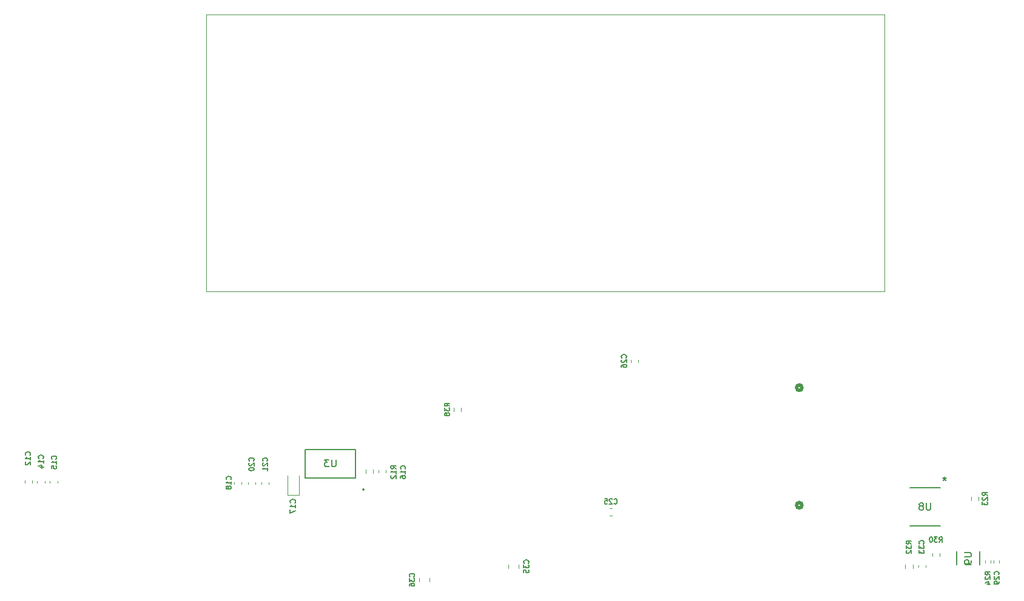
<source format=gbr>
%TF.GenerationSoftware,KiCad,Pcbnew,9.0.3*%
%TF.CreationDate,2025-09-16T12:03:33-04:00*%
%TF.ProjectId,6_COLD_TPC_HV,365f434f-4c44-45f5-9450-435f48562e6b,rev?*%
%TF.SameCoordinates,Original*%
%TF.FileFunction,Legend,Bot*%
%TF.FilePolarity,Positive*%
%FSLAX46Y46*%
G04 Gerber Fmt 4.6, Leading zero omitted, Abs format (unit mm)*
G04 Created by KiCad (PCBNEW 9.0.3) date 2025-09-16 12:03:33*
%MOMM*%
%LPD*%
G01*
G04 APERTURE LIST*
%ADD10C,0.150000*%
%ADD11C,0.508000*%
%ADD12C,0.100000*%
%ADD13C,0.120000*%
%ADD14C,0.152400*%
G04 APERTURE END LIST*
D10*
X266256033Y-136109999D02*
X265922700Y-135876666D01*
X266256033Y-135709999D02*
X265556033Y-135709999D01*
X265556033Y-135709999D02*
X265556033Y-135976666D01*
X265556033Y-135976666D02*
X265589366Y-136043333D01*
X265589366Y-136043333D02*
X265622700Y-136076666D01*
X265622700Y-136076666D02*
X265689366Y-136109999D01*
X265689366Y-136109999D02*
X265789366Y-136109999D01*
X265789366Y-136109999D02*
X265856033Y-136076666D01*
X265856033Y-136076666D02*
X265889366Y-136043333D01*
X265889366Y-136043333D02*
X265922700Y-135976666D01*
X265922700Y-135976666D02*
X265922700Y-135709999D01*
X265622700Y-136376666D02*
X265589366Y-136409999D01*
X265589366Y-136409999D02*
X265556033Y-136476666D01*
X265556033Y-136476666D02*
X265556033Y-136643333D01*
X265556033Y-136643333D02*
X265589366Y-136709999D01*
X265589366Y-136709999D02*
X265622700Y-136743333D01*
X265622700Y-136743333D02*
X265689366Y-136776666D01*
X265689366Y-136776666D02*
X265756033Y-136776666D01*
X265756033Y-136776666D02*
X265856033Y-136743333D01*
X265856033Y-136743333D02*
X266256033Y-136343333D01*
X266256033Y-136343333D02*
X266256033Y-136776666D01*
X265556033Y-137010000D02*
X265556033Y-137443333D01*
X265556033Y-137443333D02*
X265822700Y-137210000D01*
X265822700Y-137210000D02*
X265822700Y-137310000D01*
X265822700Y-137310000D02*
X265856033Y-137376666D01*
X265856033Y-137376666D02*
X265889366Y-137410000D01*
X265889366Y-137410000D02*
X265956033Y-137443333D01*
X265956033Y-137443333D02*
X266122700Y-137443333D01*
X266122700Y-137443333D02*
X266189366Y-137410000D01*
X266189366Y-137410000D02*
X266222700Y-137376666D01*
X266222700Y-137376666D02*
X266256033Y-137310000D01*
X266256033Y-137310000D02*
X266256033Y-137110000D01*
X266256033Y-137110000D02*
X266222700Y-137043333D01*
X266222700Y-137043333D02*
X266189366Y-137010000D01*
X186224366Y-147459999D02*
X186257700Y-147426666D01*
X186257700Y-147426666D02*
X186291033Y-147326666D01*
X186291033Y-147326666D02*
X186291033Y-147259999D01*
X186291033Y-147259999D02*
X186257700Y-147159999D01*
X186257700Y-147159999D02*
X186191033Y-147093333D01*
X186191033Y-147093333D02*
X186124366Y-147059999D01*
X186124366Y-147059999D02*
X185991033Y-147026666D01*
X185991033Y-147026666D02*
X185891033Y-147026666D01*
X185891033Y-147026666D02*
X185757700Y-147059999D01*
X185757700Y-147059999D02*
X185691033Y-147093333D01*
X185691033Y-147093333D02*
X185624366Y-147159999D01*
X185624366Y-147159999D02*
X185591033Y-147259999D01*
X185591033Y-147259999D02*
X185591033Y-147326666D01*
X185591033Y-147326666D02*
X185624366Y-147426666D01*
X185624366Y-147426666D02*
X185657700Y-147459999D01*
X185591033Y-147693333D02*
X185591033Y-148126666D01*
X185591033Y-148126666D02*
X185857700Y-147893333D01*
X185857700Y-147893333D02*
X185857700Y-147993333D01*
X185857700Y-147993333D02*
X185891033Y-148059999D01*
X185891033Y-148059999D02*
X185924366Y-148093333D01*
X185924366Y-148093333D02*
X185991033Y-148126666D01*
X185991033Y-148126666D02*
X186157700Y-148126666D01*
X186157700Y-148126666D02*
X186224366Y-148093333D01*
X186224366Y-148093333D02*
X186257700Y-148059999D01*
X186257700Y-148059999D02*
X186291033Y-147993333D01*
X186291033Y-147993333D02*
X186291033Y-147793333D01*
X186291033Y-147793333D02*
X186257700Y-147726666D01*
X186257700Y-147726666D02*
X186224366Y-147693333D01*
X185591033Y-148726666D02*
X185591033Y-148593333D01*
X185591033Y-148593333D02*
X185624366Y-148526666D01*
X185624366Y-148526666D02*
X185657700Y-148493333D01*
X185657700Y-148493333D02*
X185757700Y-148426666D01*
X185757700Y-148426666D02*
X185891033Y-148393333D01*
X185891033Y-148393333D02*
X186157700Y-148393333D01*
X186157700Y-148393333D02*
X186224366Y-148426666D01*
X186224366Y-148426666D02*
X186257700Y-148460000D01*
X186257700Y-148460000D02*
X186291033Y-148526666D01*
X186291033Y-148526666D02*
X186291033Y-148660000D01*
X186291033Y-148660000D02*
X186257700Y-148726666D01*
X186257700Y-148726666D02*
X186224366Y-148760000D01*
X186224366Y-148760000D02*
X186157700Y-148793333D01*
X186157700Y-148793333D02*
X185991033Y-148793333D01*
X185991033Y-148793333D02*
X185924366Y-148760000D01*
X185924366Y-148760000D02*
X185891033Y-148726666D01*
X185891033Y-148726666D02*
X185857700Y-148660000D01*
X185857700Y-148660000D02*
X185857700Y-148526666D01*
X185857700Y-148526666D02*
X185891033Y-148460000D01*
X185891033Y-148460000D02*
X185924366Y-148426666D01*
X185924366Y-148426666D02*
X185991033Y-148393333D01*
X257339366Y-142874999D02*
X257372700Y-142841666D01*
X257372700Y-142841666D02*
X257406033Y-142741666D01*
X257406033Y-142741666D02*
X257406033Y-142674999D01*
X257406033Y-142674999D02*
X257372700Y-142574999D01*
X257372700Y-142574999D02*
X257306033Y-142508333D01*
X257306033Y-142508333D02*
X257239366Y-142474999D01*
X257239366Y-142474999D02*
X257106033Y-142441666D01*
X257106033Y-142441666D02*
X257006033Y-142441666D01*
X257006033Y-142441666D02*
X256872700Y-142474999D01*
X256872700Y-142474999D02*
X256806033Y-142508333D01*
X256806033Y-142508333D02*
X256739366Y-142574999D01*
X256739366Y-142574999D02*
X256706033Y-142674999D01*
X256706033Y-142674999D02*
X256706033Y-142741666D01*
X256706033Y-142741666D02*
X256739366Y-142841666D01*
X256739366Y-142841666D02*
X256772700Y-142874999D01*
X256706033Y-143108333D02*
X256706033Y-143541666D01*
X256706033Y-143541666D02*
X256972700Y-143308333D01*
X256972700Y-143308333D02*
X256972700Y-143408333D01*
X256972700Y-143408333D02*
X257006033Y-143474999D01*
X257006033Y-143474999D02*
X257039366Y-143508333D01*
X257039366Y-143508333D02*
X257106033Y-143541666D01*
X257106033Y-143541666D02*
X257272700Y-143541666D01*
X257272700Y-143541666D02*
X257339366Y-143508333D01*
X257339366Y-143508333D02*
X257372700Y-143474999D01*
X257372700Y-143474999D02*
X257406033Y-143408333D01*
X257406033Y-143408333D02*
X257406033Y-143208333D01*
X257406033Y-143208333D02*
X257372700Y-143141666D01*
X257372700Y-143141666D02*
X257339366Y-143108333D01*
X256706033Y-143775000D02*
X256706033Y-144208333D01*
X256706033Y-144208333D02*
X256972700Y-143975000D01*
X256972700Y-143975000D02*
X256972700Y-144075000D01*
X256972700Y-144075000D02*
X257006033Y-144141666D01*
X257006033Y-144141666D02*
X257039366Y-144175000D01*
X257039366Y-144175000D02*
X257106033Y-144208333D01*
X257106033Y-144208333D02*
X257272700Y-144208333D01*
X257272700Y-144208333D02*
X257339366Y-144175000D01*
X257339366Y-144175000D02*
X257372700Y-144141666D01*
X257372700Y-144141666D02*
X257406033Y-144075000D01*
X257406033Y-144075000D02*
X257406033Y-143875000D01*
X257406033Y-143875000D02*
X257372700Y-143808333D01*
X257372700Y-143808333D02*
X257339366Y-143775000D01*
X160629366Y-133889999D02*
X160662700Y-133856666D01*
X160662700Y-133856666D02*
X160696033Y-133756666D01*
X160696033Y-133756666D02*
X160696033Y-133689999D01*
X160696033Y-133689999D02*
X160662700Y-133589999D01*
X160662700Y-133589999D02*
X160596033Y-133523333D01*
X160596033Y-133523333D02*
X160529366Y-133489999D01*
X160529366Y-133489999D02*
X160396033Y-133456666D01*
X160396033Y-133456666D02*
X160296033Y-133456666D01*
X160296033Y-133456666D02*
X160162700Y-133489999D01*
X160162700Y-133489999D02*
X160096033Y-133523333D01*
X160096033Y-133523333D02*
X160029366Y-133589999D01*
X160029366Y-133589999D02*
X159996033Y-133689999D01*
X159996033Y-133689999D02*
X159996033Y-133756666D01*
X159996033Y-133756666D02*
X160029366Y-133856666D01*
X160029366Y-133856666D02*
X160062700Y-133889999D01*
X160696033Y-134556666D02*
X160696033Y-134156666D01*
X160696033Y-134356666D02*
X159996033Y-134356666D01*
X159996033Y-134356666D02*
X160096033Y-134289999D01*
X160096033Y-134289999D02*
X160162700Y-134223333D01*
X160162700Y-134223333D02*
X160196033Y-134156666D01*
X160296033Y-134956666D02*
X160262700Y-134890000D01*
X160262700Y-134890000D02*
X160229366Y-134856666D01*
X160229366Y-134856666D02*
X160162700Y-134823333D01*
X160162700Y-134823333D02*
X160129366Y-134823333D01*
X160129366Y-134823333D02*
X160062700Y-134856666D01*
X160062700Y-134856666D02*
X160029366Y-134890000D01*
X160029366Y-134890000D02*
X159996033Y-134956666D01*
X159996033Y-134956666D02*
X159996033Y-135090000D01*
X159996033Y-135090000D02*
X160029366Y-135156666D01*
X160029366Y-135156666D02*
X160062700Y-135190000D01*
X160062700Y-135190000D02*
X160129366Y-135223333D01*
X160129366Y-135223333D02*
X160162700Y-135223333D01*
X160162700Y-135223333D02*
X160229366Y-135190000D01*
X160229366Y-135190000D02*
X160262700Y-135156666D01*
X160262700Y-135156666D02*
X160296033Y-135090000D01*
X160296033Y-135090000D02*
X160296033Y-134956666D01*
X160296033Y-134956666D02*
X160329366Y-134890000D01*
X160329366Y-134890000D02*
X160362700Y-134856666D01*
X160362700Y-134856666D02*
X160429366Y-134823333D01*
X160429366Y-134823333D02*
X160562700Y-134823333D01*
X160562700Y-134823333D02*
X160629366Y-134856666D01*
X160629366Y-134856666D02*
X160662700Y-134890000D01*
X160662700Y-134890000D02*
X160696033Y-134956666D01*
X160696033Y-134956666D02*
X160696033Y-135090000D01*
X160696033Y-135090000D02*
X160662700Y-135156666D01*
X160662700Y-135156666D02*
X160629366Y-135190000D01*
X160629366Y-135190000D02*
X160562700Y-135223333D01*
X160562700Y-135223333D02*
X160429366Y-135223333D01*
X160429366Y-135223333D02*
X160362700Y-135190000D01*
X160362700Y-135190000D02*
X160329366Y-135156666D01*
X160329366Y-135156666D02*
X160296033Y-135090000D01*
X134439366Y-130929999D02*
X134472700Y-130896666D01*
X134472700Y-130896666D02*
X134506033Y-130796666D01*
X134506033Y-130796666D02*
X134506033Y-130729999D01*
X134506033Y-130729999D02*
X134472700Y-130629999D01*
X134472700Y-130629999D02*
X134406033Y-130563333D01*
X134406033Y-130563333D02*
X134339366Y-130529999D01*
X134339366Y-130529999D02*
X134206033Y-130496666D01*
X134206033Y-130496666D02*
X134106033Y-130496666D01*
X134106033Y-130496666D02*
X133972700Y-130529999D01*
X133972700Y-130529999D02*
X133906033Y-130563333D01*
X133906033Y-130563333D02*
X133839366Y-130629999D01*
X133839366Y-130629999D02*
X133806033Y-130729999D01*
X133806033Y-130729999D02*
X133806033Y-130796666D01*
X133806033Y-130796666D02*
X133839366Y-130896666D01*
X133839366Y-130896666D02*
X133872700Y-130929999D01*
X134506033Y-131596666D02*
X134506033Y-131196666D01*
X134506033Y-131396666D02*
X133806033Y-131396666D01*
X133806033Y-131396666D02*
X133906033Y-131329999D01*
X133906033Y-131329999D02*
X133972700Y-131263333D01*
X133972700Y-131263333D02*
X134006033Y-131196666D01*
X134039366Y-132196666D02*
X134506033Y-132196666D01*
X133772700Y-132030000D02*
X134272700Y-131863333D01*
X134272700Y-131863333D02*
X134272700Y-132296666D01*
X191186033Y-123639999D02*
X190852700Y-123406666D01*
X191186033Y-123239999D02*
X190486033Y-123239999D01*
X190486033Y-123239999D02*
X190486033Y-123506666D01*
X190486033Y-123506666D02*
X190519366Y-123573333D01*
X190519366Y-123573333D02*
X190552700Y-123606666D01*
X190552700Y-123606666D02*
X190619366Y-123639999D01*
X190619366Y-123639999D02*
X190719366Y-123639999D01*
X190719366Y-123639999D02*
X190786033Y-123606666D01*
X190786033Y-123606666D02*
X190819366Y-123573333D01*
X190819366Y-123573333D02*
X190852700Y-123506666D01*
X190852700Y-123506666D02*
X190852700Y-123239999D01*
X190486033Y-123873333D02*
X190486033Y-124306666D01*
X190486033Y-124306666D02*
X190752700Y-124073333D01*
X190752700Y-124073333D02*
X190752700Y-124173333D01*
X190752700Y-124173333D02*
X190786033Y-124239999D01*
X190786033Y-124239999D02*
X190819366Y-124273333D01*
X190819366Y-124273333D02*
X190886033Y-124306666D01*
X190886033Y-124306666D02*
X191052700Y-124306666D01*
X191052700Y-124306666D02*
X191119366Y-124273333D01*
X191119366Y-124273333D02*
X191152700Y-124239999D01*
X191152700Y-124239999D02*
X191186033Y-124173333D01*
X191186033Y-124173333D02*
X191186033Y-123973333D01*
X191186033Y-123973333D02*
X191152700Y-123906666D01*
X191152700Y-123906666D02*
X191119366Y-123873333D01*
X190786033Y-124706666D02*
X190752700Y-124640000D01*
X190752700Y-124640000D02*
X190719366Y-124606666D01*
X190719366Y-124606666D02*
X190652700Y-124573333D01*
X190652700Y-124573333D02*
X190619366Y-124573333D01*
X190619366Y-124573333D02*
X190552700Y-124606666D01*
X190552700Y-124606666D02*
X190519366Y-124640000D01*
X190519366Y-124640000D02*
X190486033Y-124706666D01*
X190486033Y-124706666D02*
X190486033Y-124840000D01*
X190486033Y-124840000D02*
X190519366Y-124906666D01*
X190519366Y-124906666D02*
X190552700Y-124940000D01*
X190552700Y-124940000D02*
X190619366Y-124973333D01*
X190619366Y-124973333D02*
X190652700Y-124973333D01*
X190652700Y-124973333D02*
X190719366Y-124940000D01*
X190719366Y-124940000D02*
X190752700Y-124906666D01*
X190752700Y-124906666D02*
X190786033Y-124840000D01*
X190786033Y-124840000D02*
X190786033Y-124706666D01*
X190786033Y-124706666D02*
X190819366Y-124640000D01*
X190819366Y-124640000D02*
X190852700Y-124606666D01*
X190852700Y-124606666D02*
X190919366Y-124573333D01*
X190919366Y-124573333D02*
X191052700Y-124573333D01*
X191052700Y-124573333D02*
X191119366Y-124606666D01*
X191119366Y-124606666D02*
X191152700Y-124640000D01*
X191152700Y-124640000D02*
X191186033Y-124706666D01*
X191186033Y-124706666D02*
X191186033Y-124840000D01*
X191186033Y-124840000D02*
X191152700Y-124906666D01*
X191152700Y-124906666D02*
X191119366Y-124940000D01*
X191119366Y-124940000D02*
X191052700Y-124973333D01*
X191052700Y-124973333D02*
X190919366Y-124973333D01*
X190919366Y-124973333D02*
X190852700Y-124940000D01*
X190852700Y-124940000D02*
X190819366Y-124906666D01*
X190819366Y-124906666D02*
X190786033Y-124840000D01*
X258315704Y-137159819D02*
X258315704Y-137969342D01*
X258315704Y-137969342D02*
X258268085Y-138064580D01*
X258268085Y-138064580D02*
X258220466Y-138112200D01*
X258220466Y-138112200D02*
X258125228Y-138159819D01*
X258125228Y-138159819D02*
X257934752Y-138159819D01*
X257934752Y-138159819D02*
X257839514Y-138112200D01*
X257839514Y-138112200D02*
X257791895Y-138064580D01*
X257791895Y-138064580D02*
X257744276Y-137969342D01*
X257744276Y-137969342D02*
X257744276Y-137159819D01*
X257125228Y-137588390D02*
X257220466Y-137540771D01*
X257220466Y-137540771D02*
X257268085Y-137493152D01*
X257268085Y-137493152D02*
X257315704Y-137397914D01*
X257315704Y-137397914D02*
X257315704Y-137350295D01*
X257315704Y-137350295D02*
X257268085Y-137255057D01*
X257268085Y-137255057D02*
X257220466Y-137207438D01*
X257220466Y-137207438D02*
X257125228Y-137159819D01*
X257125228Y-137159819D02*
X256934752Y-137159819D01*
X256934752Y-137159819D02*
X256839514Y-137207438D01*
X256839514Y-137207438D02*
X256791895Y-137255057D01*
X256791895Y-137255057D02*
X256744276Y-137350295D01*
X256744276Y-137350295D02*
X256744276Y-137397914D01*
X256744276Y-137397914D02*
X256791895Y-137493152D01*
X256791895Y-137493152D02*
X256839514Y-137540771D01*
X256839514Y-137540771D02*
X256934752Y-137588390D01*
X256934752Y-137588390D02*
X257125228Y-137588390D01*
X257125228Y-137588390D02*
X257220466Y-137636009D01*
X257220466Y-137636009D02*
X257268085Y-137683628D01*
X257268085Y-137683628D02*
X257315704Y-137778866D01*
X257315704Y-137778866D02*
X257315704Y-137969342D01*
X257315704Y-137969342D02*
X257268085Y-138064580D01*
X257268085Y-138064580D02*
X257220466Y-138112200D01*
X257220466Y-138112200D02*
X257125228Y-138159819D01*
X257125228Y-138159819D02*
X256934752Y-138159819D01*
X256934752Y-138159819D02*
X256839514Y-138112200D01*
X256839514Y-138112200D02*
X256791895Y-138064580D01*
X256791895Y-138064580D02*
X256744276Y-137969342D01*
X256744276Y-137969342D02*
X256744276Y-137778866D01*
X256744276Y-137778866D02*
X256791895Y-137683628D01*
X256791895Y-137683628D02*
X256839514Y-137636009D01*
X256839514Y-137636009D02*
X256934752Y-137588390D01*
X260271599Y-133553019D02*
X260271599Y-133791114D01*
X260509694Y-133695876D02*
X260271599Y-133791114D01*
X260271599Y-133791114D02*
X260033504Y-133695876D01*
X260414456Y-133981590D02*
X260271599Y-133791114D01*
X260271599Y-133791114D02*
X260128742Y-133981590D01*
X260271599Y-133553019D02*
X260271599Y-133791114D01*
X260509694Y-133695876D02*
X260271599Y-133791114D01*
X260271599Y-133791114D02*
X260033504Y-133695876D01*
X260414456Y-133981590D02*
X260271599Y-133791114D01*
X260271599Y-133791114D02*
X260128742Y-133981590D01*
X214150000Y-137219366D02*
X214183333Y-137252700D01*
X214183333Y-137252700D02*
X214283333Y-137286033D01*
X214283333Y-137286033D02*
X214350000Y-137286033D01*
X214350000Y-137286033D02*
X214450000Y-137252700D01*
X214450000Y-137252700D02*
X214516667Y-137186033D01*
X214516667Y-137186033D02*
X214550000Y-137119366D01*
X214550000Y-137119366D02*
X214583333Y-136986033D01*
X214583333Y-136986033D02*
X214583333Y-136886033D01*
X214583333Y-136886033D02*
X214550000Y-136752700D01*
X214550000Y-136752700D02*
X214516667Y-136686033D01*
X214516667Y-136686033D02*
X214450000Y-136619366D01*
X214450000Y-136619366D02*
X214350000Y-136586033D01*
X214350000Y-136586033D02*
X214283333Y-136586033D01*
X214283333Y-136586033D02*
X214183333Y-136619366D01*
X214183333Y-136619366D02*
X214150000Y-136652700D01*
X213883333Y-136652700D02*
X213850000Y-136619366D01*
X213850000Y-136619366D02*
X213783333Y-136586033D01*
X213783333Y-136586033D02*
X213616667Y-136586033D01*
X213616667Y-136586033D02*
X213550000Y-136619366D01*
X213550000Y-136619366D02*
X213516667Y-136652700D01*
X213516667Y-136652700D02*
X213483333Y-136719366D01*
X213483333Y-136719366D02*
X213483333Y-136786033D01*
X213483333Y-136786033D02*
X213516667Y-136886033D01*
X213516667Y-136886033D02*
X213916667Y-137286033D01*
X213916667Y-137286033D02*
X213483333Y-137286033D01*
X212850000Y-136586033D02*
X213183333Y-136586033D01*
X213183333Y-136586033D02*
X213216666Y-136919366D01*
X213216666Y-136919366D02*
X213183333Y-136886033D01*
X213183333Y-136886033D02*
X213116666Y-136852700D01*
X213116666Y-136852700D02*
X212950000Y-136852700D01*
X212950000Y-136852700D02*
X212883333Y-136886033D01*
X212883333Y-136886033D02*
X212850000Y-136919366D01*
X212850000Y-136919366D02*
X212816666Y-136986033D01*
X212816666Y-136986033D02*
X212816666Y-137152700D01*
X212816666Y-137152700D02*
X212850000Y-137219366D01*
X212850000Y-137219366D02*
X212883333Y-137252700D01*
X212883333Y-137252700D02*
X212950000Y-137286033D01*
X212950000Y-137286033D02*
X213116666Y-137286033D01*
X213116666Y-137286033D02*
X213183333Y-137252700D01*
X213183333Y-137252700D02*
X213216666Y-137219366D01*
X184969366Y-132399999D02*
X185002700Y-132366666D01*
X185002700Y-132366666D02*
X185036033Y-132266666D01*
X185036033Y-132266666D02*
X185036033Y-132199999D01*
X185036033Y-132199999D02*
X185002700Y-132099999D01*
X185002700Y-132099999D02*
X184936033Y-132033333D01*
X184936033Y-132033333D02*
X184869366Y-131999999D01*
X184869366Y-131999999D02*
X184736033Y-131966666D01*
X184736033Y-131966666D02*
X184636033Y-131966666D01*
X184636033Y-131966666D02*
X184502700Y-131999999D01*
X184502700Y-131999999D02*
X184436033Y-132033333D01*
X184436033Y-132033333D02*
X184369366Y-132099999D01*
X184369366Y-132099999D02*
X184336033Y-132199999D01*
X184336033Y-132199999D02*
X184336033Y-132266666D01*
X184336033Y-132266666D02*
X184369366Y-132366666D01*
X184369366Y-132366666D02*
X184402700Y-132399999D01*
X185036033Y-133066666D02*
X185036033Y-132666666D01*
X185036033Y-132866666D02*
X184336033Y-132866666D01*
X184336033Y-132866666D02*
X184436033Y-132799999D01*
X184436033Y-132799999D02*
X184502700Y-132733333D01*
X184502700Y-132733333D02*
X184536033Y-132666666D01*
X184336033Y-133666666D02*
X184336033Y-133533333D01*
X184336033Y-133533333D02*
X184369366Y-133466666D01*
X184369366Y-133466666D02*
X184402700Y-133433333D01*
X184402700Y-133433333D02*
X184502700Y-133366666D01*
X184502700Y-133366666D02*
X184636033Y-133333333D01*
X184636033Y-133333333D02*
X184902700Y-133333333D01*
X184902700Y-133333333D02*
X184969366Y-133366666D01*
X184969366Y-133366666D02*
X185002700Y-133400000D01*
X185002700Y-133400000D02*
X185036033Y-133466666D01*
X185036033Y-133466666D02*
X185036033Y-133600000D01*
X185036033Y-133600000D02*
X185002700Y-133666666D01*
X185002700Y-133666666D02*
X184969366Y-133700000D01*
X184969366Y-133700000D02*
X184902700Y-133733333D01*
X184902700Y-133733333D02*
X184736033Y-133733333D01*
X184736033Y-133733333D02*
X184669366Y-133700000D01*
X184669366Y-133700000D02*
X184636033Y-133666666D01*
X184636033Y-133666666D02*
X184602700Y-133600000D01*
X184602700Y-133600000D02*
X184602700Y-133466666D01*
X184602700Y-133466666D02*
X184636033Y-133400000D01*
X184636033Y-133400000D02*
X184669366Y-133366666D01*
X184669366Y-133366666D02*
X184736033Y-133333333D01*
X165719366Y-131299999D02*
X165752700Y-131266666D01*
X165752700Y-131266666D02*
X165786033Y-131166666D01*
X165786033Y-131166666D02*
X165786033Y-131099999D01*
X165786033Y-131099999D02*
X165752700Y-130999999D01*
X165752700Y-130999999D02*
X165686033Y-130933333D01*
X165686033Y-130933333D02*
X165619366Y-130899999D01*
X165619366Y-130899999D02*
X165486033Y-130866666D01*
X165486033Y-130866666D02*
X165386033Y-130866666D01*
X165386033Y-130866666D02*
X165252700Y-130899999D01*
X165252700Y-130899999D02*
X165186033Y-130933333D01*
X165186033Y-130933333D02*
X165119366Y-130999999D01*
X165119366Y-130999999D02*
X165086033Y-131099999D01*
X165086033Y-131099999D02*
X165086033Y-131166666D01*
X165086033Y-131166666D02*
X165119366Y-131266666D01*
X165119366Y-131266666D02*
X165152700Y-131299999D01*
X165152700Y-131566666D02*
X165119366Y-131599999D01*
X165119366Y-131599999D02*
X165086033Y-131666666D01*
X165086033Y-131666666D02*
X165086033Y-131833333D01*
X165086033Y-131833333D02*
X165119366Y-131899999D01*
X165119366Y-131899999D02*
X165152700Y-131933333D01*
X165152700Y-131933333D02*
X165219366Y-131966666D01*
X165219366Y-131966666D02*
X165286033Y-131966666D01*
X165286033Y-131966666D02*
X165386033Y-131933333D01*
X165386033Y-131933333D02*
X165786033Y-131533333D01*
X165786033Y-131533333D02*
X165786033Y-131966666D01*
X165786033Y-132633333D02*
X165786033Y-132233333D01*
X165786033Y-132433333D02*
X165086033Y-132433333D01*
X165086033Y-132433333D02*
X165186033Y-132366666D01*
X165186033Y-132366666D02*
X165252700Y-132300000D01*
X165252700Y-132300000D02*
X165286033Y-132233333D01*
X202184366Y-145579999D02*
X202217700Y-145546666D01*
X202217700Y-145546666D02*
X202251033Y-145446666D01*
X202251033Y-145446666D02*
X202251033Y-145379999D01*
X202251033Y-145379999D02*
X202217700Y-145279999D01*
X202217700Y-145279999D02*
X202151033Y-145213333D01*
X202151033Y-145213333D02*
X202084366Y-145179999D01*
X202084366Y-145179999D02*
X201951033Y-145146666D01*
X201951033Y-145146666D02*
X201851033Y-145146666D01*
X201851033Y-145146666D02*
X201717700Y-145179999D01*
X201717700Y-145179999D02*
X201651033Y-145213333D01*
X201651033Y-145213333D02*
X201584366Y-145279999D01*
X201584366Y-145279999D02*
X201551033Y-145379999D01*
X201551033Y-145379999D02*
X201551033Y-145446666D01*
X201551033Y-145446666D02*
X201584366Y-145546666D01*
X201584366Y-145546666D02*
X201617700Y-145579999D01*
X201551033Y-145813333D02*
X201551033Y-146246666D01*
X201551033Y-146246666D02*
X201817700Y-146013333D01*
X201817700Y-146013333D02*
X201817700Y-146113333D01*
X201817700Y-146113333D02*
X201851033Y-146179999D01*
X201851033Y-146179999D02*
X201884366Y-146213333D01*
X201884366Y-146213333D02*
X201951033Y-146246666D01*
X201951033Y-146246666D02*
X202117700Y-146246666D01*
X202117700Y-146246666D02*
X202184366Y-146213333D01*
X202184366Y-146213333D02*
X202217700Y-146179999D01*
X202217700Y-146179999D02*
X202251033Y-146113333D01*
X202251033Y-146113333D02*
X202251033Y-145913333D01*
X202251033Y-145913333D02*
X202217700Y-145846666D01*
X202217700Y-145846666D02*
X202184366Y-145813333D01*
X201551033Y-146880000D02*
X201551033Y-146546666D01*
X201551033Y-146546666D02*
X201884366Y-146513333D01*
X201884366Y-146513333D02*
X201851033Y-146546666D01*
X201851033Y-146546666D02*
X201817700Y-146613333D01*
X201817700Y-146613333D02*
X201817700Y-146780000D01*
X201817700Y-146780000D02*
X201851033Y-146846666D01*
X201851033Y-146846666D02*
X201884366Y-146880000D01*
X201884366Y-146880000D02*
X201951033Y-146913333D01*
X201951033Y-146913333D02*
X202117700Y-146913333D01*
X202117700Y-146913333D02*
X202184366Y-146880000D01*
X202184366Y-146880000D02*
X202217700Y-146846666D01*
X202217700Y-146846666D02*
X202251033Y-146780000D01*
X202251033Y-146780000D02*
X202251033Y-146613333D01*
X202251033Y-146613333D02*
X202217700Y-146546666D01*
X202217700Y-146546666D02*
X202184366Y-146513333D01*
X255646033Y-142874999D02*
X255312700Y-142641666D01*
X255646033Y-142474999D02*
X254946033Y-142474999D01*
X254946033Y-142474999D02*
X254946033Y-142741666D01*
X254946033Y-142741666D02*
X254979366Y-142808333D01*
X254979366Y-142808333D02*
X255012700Y-142841666D01*
X255012700Y-142841666D02*
X255079366Y-142874999D01*
X255079366Y-142874999D02*
X255179366Y-142874999D01*
X255179366Y-142874999D02*
X255246033Y-142841666D01*
X255246033Y-142841666D02*
X255279366Y-142808333D01*
X255279366Y-142808333D02*
X255312700Y-142741666D01*
X255312700Y-142741666D02*
X255312700Y-142474999D01*
X254946033Y-143108333D02*
X254946033Y-143541666D01*
X254946033Y-143541666D02*
X255212700Y-143308333D01*
X255212700Y-143308333D02*
X255212700Y-143408333D01*
X255212700Y-143408333D02*
X255246033Y-143474999D01*
X255246033Y-143474999D02*
X255279366Y-143508333D01*
X255279366Y-143508333D02*
X255346033Y-143541666D01*
X255346033Y-143541666D02*
X255512700Y-143541666D01*
X255512700Y-143541666D02*
X255579366Y-143508333D01*
X255579366Y-143508333D02*
X255612700Y-143474999D01*
X255612700Y-143474999D02*
X255646033Y-143408333D01*
X255646033Y-143408333D02*
X255646033Y-143208333D01*
X255646033Y-143208333D02*
X255612700Y-143141666D01*
X255612700Y-143141666D02*
X255579366Y-143108333D01*
X255012700Y-143808333D02*
X254979366Y-143841666D01*
X254979366Y-143841666D02*
X254946033Y-143908333D01*
X254946033Y-143908333D02*
X254946033Y-144075000D01*
X254946033Y-144075000D02*
X254979366Y-144141666D01*
X254979366Y-144141666D02*
X255012700Y-144175000D01*
X255012700Y-144175000D02*
X255079366Y-144208333D01*
X255079366Y-144208333D02*
X255146033Y-144208333D01*
X255146033Y-144208333D02*
X255246033Y-144175000D01*
X255246033Y-144175000D02*
X255646033Y-143775000D01*
X255646033Y-143775000D02*
X255646033Y-144208333D01*
X259510000Y-142621033D02*
X259743333Y-142287700D01*
X259910000Y-142621033D02*
X259910000Y-141921033D01*
X259910000Y-141921033D02*
X259643333Y-141921033D01*
X259643333Y-141921033D02*
X259576667Y-141954366D01*
X259576667Y-141954366D02*
X259543333Y-141987700D01*
X259543333Y-141987700D02*
X259510000Y-142054366D01*
X259510000Y-142054366D02*
X259510000Y-142154366D01*
X259510000Y-142154366D02*
X259543333Y-142221033D01*
X259543333Y-142221033D02*
X259576667Y-142254366D01*
X259576667Y-142254366D02*
X259643333Y-142287700D01*
X259643333Y-142287700D02*
X259910000Y-142287700D01*
X259276667Y-141921033D02*
X258843333Y-141921033D01*
X258843333Y-141921033D02*
X259076667Y-142187700D01*
X259076667Y-142187700D02*
X258976667Y-142187700D01*
X258976667Y-142187700D02*
X258910000Y-142221033D01*
X258910000Y-142221033D02*
X258876667Y-142254366D01*
X258876667Y-142254366D02*
X258843333Y-142321033D01*
X258843333Y-142321033D02*
X258843333Y-142487700D01*
X258843333Y-142487700D02*
X258876667Y-142554366D01*
X258876667Y-142554366D02*
X258910000Y-142587700D01*
X258910000Y-142587700D02*
X258976667Y-142621033D01*
X258976667Y-142621033D02*
X259176667Y-142621033D01*
X259176667Y-142621033D02*
X259243333Y-142587700D01*
X259243333Y-142587700D02*
X259276667Y-142554366D01*
X258410000Y-141921033D02*
X258343333Y-141921033D01*
X258343333Y-141921033D02*
X258276666Y-141954366D01*
X258276666Y-141954366D02*
X258243333Y-141987700D01*
X258243333Y-141987700D02*
X258210000Y-142054366D01*
X258210000Y-142054366D02*
X258176666Y-142187700D01*
X258176666Y-142187700D02*
X258176666Y-142354366D01*
X258176666Y-142354366D02*
X258210000Y-142487700D01*
X258210000Y-142487700D02*
X258243333Y-142554366D01*
X258243333Y-142554366D02*
X258276666Y-142587700D01*
X258276666Y-142587700D02*
X258343333Y-142621033D01*
X258343333Y-142621033D02*
X258410000Y-142621033D01*
X258410000Y-142621033D02*
X258476666Y-142587700D01*
X258476666Y-142587700D02*
X258510000Y-142554366D01*
X258510000Y-142554366D02*
X258543333Y-142487700D01*
X258543333Y-142487700D02*
X258576666Y-142354366D01*
X258576666Y-142354366D02*
X258576666Y-142187700D01*
X258576666Y-142187700D02*
X258543333Y-142054366D01*
X258543333Y-142054366D02*
X258510000Y-141987700D01*
X258510000Y-141987700D02*
X258476666Y-141954366D01*
X258476666Y-141954366D02*
X258410000Y-141921033D01*
X263024819Y-144118095D02*
X263834342Y-144118095D01*
X263834342Y-144118095D02*
X263929580Y-144165714D01*
X263929580Y-144165714D02*
X263977200Y-144213333D01*
X263977200Y-144213333D02*
X264024819Y-144308571D01*
X264024819Y-144308571D02*
X264024819Y-144499047D01*
X264024819Y-144499047D02*
X263977200Y-144594285D01*
X263977200Y-144594285D02*
X263929580Y-144641904D01*
X263929580Y-144641904D02*
X263834342Y-144689523D01*
X263834342Y-144689523D02*
X263024819Y-144689523D01*
X264024819Y-145213333D02*
X264024819Y-145403809D01*
X264024819Y-145403809D02*
X263977200Y-145499047D01*
X263977200Y-145499047D02*
X263929580Y-145546666D01*
X263929580Y-145546666D02*
X263786723Y-145641904D01*
X263786723Y-145641904D02*
X263596247Y-145689523D01*
X263596247Y-145689523D02*
X263215295Y-145689523D01*
X263215295Y-145689523D02*
X263120057Y-145641904D01*
X263120057Y-145641904D02*
X263072438Y-145594285D01*
X263072438Y-145594285D02*
X263024819Y-145499047D01*
X263024819Y-145499047D02*
X263024819Y-145308571D01*
X263024819Y-145308571D02*
X263072438Y-145213333D01*
X263072438Y-145213333D02*
X263120057Y-145165714D01*
X263120057Y-145165714D02*
X263215295Y-145118095D01*
X263215295Y-145118095D02*
X263453390Y-145118095D01*
X263453390Y-145118095D02*
X263548628Y-145165714D01*
X263548628Y-145165714D02*
X263596247Y-145213333D01*
X263596247Y-145213333D02*
X263643866Y-145308571D01*
X263643866Y-145308571D02*
X263643866Y-145499047D01*
X263643866Y-145499047D02*
X263596247Y-145594285D01*
X263596247Y-145594285D02*
X263548628Y-145641904D01*
X263548628Y-145641904D02*
X263453390Y-145689523D01*
X215799366Y-116879999D02*
X215832700Y-116846666D01*
X215832700Y-116846666D02*
X215866033Y-116746666D01*
X215866033Y-116746666D02*
X215866033Y-116679999D01*
X215866033Y-116679999D02*
X215832700Y-116579999D01*
X215832700Y-116579999D02*
X215766033Y-116513333D01*
X215766033Y-116513333D02*
X215699366Y-116479999D01*
X215699366Y-116479999D02*
X215566033Y-116446666D01*
X215566033Y-116446666D02*
X215466033Y-116446666D01*
X215466033Y-116446666D02*
X215332700Y-116479999D01*
X215332700Y-116479999D02*
X215266033Y-116513333D01*
X215266033Y-116513333D02*
X215199366Y-116579999D01*
X215199366Y-116579999D02*
X215166033Y-116679999D01*
X215166033Y-116679999D02*
X215166033Y-116746666D01*
X215166033Y-116746666D02*
X215199366Y-116846666D01*
X215199366Y-116846666D02*
X215232700Y-116879999D01*
X215232700Y-117146666D02*
X215199366Y-117179999D01*
X215199366Y-117179999D02*
X215166033Y-117246666D01*
X215166033Y-117246666D02*
X215166033Y-117413333D01*
X215166033Y-117413333D02*
X215199366Y-117479999D01*
X215199366Y-117479999D02*
X215232700Y-117513333D01*
X215232700Y-117513333D02*
X215299366Y-117546666D01*
X215299366Y-117546666D02*
X215366033Y-117546666D01*
X215366033Y-117546666D02*
X215466033Y-117513333D01*
X215466033Y-117513333D02*
X215866033Y-117113333D01*
X215866033Y-117113333D02*
X215866033Y-117546666D01*
X215166033Y-118146666D02*
X215166033Y-118013333D01*
X215166033Y-118013333D02*
X215199366Y-117946666D01*
X215199366Y-117946666D02*
X215232700Y-117913333D01*
X215232700Y-117913333D02*
X215332700Y-117846666D01*
X215332700Y-117846666D02*
X215466033Y-117813333D01*
X215466033Y-117813333D02*
X215732700Y-117813333D01*
X215732700Y-117813333D02*
X215799366Y-117846666D01*
X215799366Y-117846666D02*
X215832700Y-117880000D01*
X215832700Y-117880000D02*
X215866033Y-117946666D01*
X215866033Y-117946666D02*
X215866033Y-118080000D01*
X215866033Y-118080000D02*
X215832700Y-118146666D01*
X215832700Y-118146666D02*
X215799366Y-118180000D01*
X215799366Y-118180000D02*
X215732700Y-118213333D01*
X215732700Y-118213333D02*
X215566033Y-118213333D01*
X215566033Y-118213333D02*
X215499366Y-118180000D01*
X215499366Y-118180000D02*
X215466033Y-118146666D01*
X215466033Y-118146666D02*
X215432700Y-118080000D01*
X215432700Y-118080000D02*
X215432700Y-117946666D01*
X215432700Y-117946666D02*
X215466033Y-117880000D01*
X215466033Y-117880000D02*
X215499366Y-117846666D01*
X215499366Y-117846666D02*
X215566033Y-117813333D01*
X183706033Y-132399999D02*
X183372700Y-132166666D01*
X183706033Y-131999999D02*
X183006033Y-131999999D01*
X183006033Y-131999999D02*
X183006033Y-132266666D01*
X183006033Y-132266666D02*
X183039366Y-132333333D01*
X183039366Y-132333333D02*
X183072700Y-132366666D01*
X183072700Y-132366666D02*
X183139366Y-132399999D01*
X183139366Y-132399999D02*
X183239366Y-132399999D01*
X183239366Y-132399999D02*
X183306033Y-132366666D01*
X183306033Y-132366666D02*
X183339366Y-132333333D01*
X183339366Y-132333333D02*
X183372700Y-132266666D01*
X183372700Y-132266666D02*
X183372700Y-131999999D01*
X183706033Y-133066666D02*
X183706033Y-132666666D01*
X183706033Y-132866666D02*
X183006033Y-132866666D01*
X183006033Y-132866666D02*
X183106033Y-132799999D01*
X183106033Y-132799999D02*
X183172700Y-132733333D01*
X183172700Y-132733333D02*
X183206033Y-132666666D01*
X183072700Y-133333333D02*
X183039366Y-133366666D01*
X183039366Y-133366666D02*
X183006033Y-133433333D01*
X183006033Y-133433333D02*
X183006033Y-133600000D01*
X183006033Y-133600000D02*
X183039366Y-133666666D01*
X183039366Y-133666666D02*
X183072700Y-133700000D01*
X183072700Y-133700000D02*
X183139366Y-133733333D01*
X183139366Y-133733333D02*
X183206033Y-133733333D01*
X183206033Y-133733333D02*
X183306033Y-133700000D01*
X183306033Y-133700000D02*
X183706033Y-133300000D01*
X183706033Y-133300000D02*
X183706033Y-133733333D01*
X163819366Y-131289999D02*
X163852700Y-131256666D01*
X163852700Y-131256666D02*
X163886033Y-131156666D01*
X163886033Y-131156666D02*
X163886033Y-131089999D01*
X163886033Y-131089999D02*
X163852700Y-130989999D01*
X163852700Y-130989999D02*
X163786033Y-130923333D01*
X163786033Y-130923333D02*
X163719366Y-130889999D01*
X163719366Y-130889999D02*
X163586033Y-130856666D01*
X163586033Y-130856666D02*
X163486033Y-130856666D01*
X163486033Y-130856666D02*
X163352700Y-130889999D01*
X163352700Y-130889999D02*
X163286033Y-130923333D01*
X163286033Y-130923333D02*
X163219366Y-130989999D01*
X163219366Y-130989999D02*
X163186033Y-131089999D01*
X163186033Y-131089999D02*
X163186033Y-131156666D01*
X163186033Y-131156666D02*
X163219366Y-131256666D01*
X163219366Y-131256666D02*
X163252700Y-131289999D01*
X163252700Y-131556666D02*
X163219366Y-131589999D01*
X163219366Y-131589999D02*
X163186033Y-131656666D01*
X163186033Y-131656666D02*
X163186033Y-131823333D01*
X163186033Y-131823333D02*
X163219366Y-131889999D01*
X163219366Y-131889999D02*
X163252700Y-131923333D01*
X163252700Y-131923333D02*
X163319366Y-131956666D01*
X163319366Y-131956666D02*
X163386033Y-131956666D01*
X163386033Y-131956666D02*
X163486033Y-131923333D01*
X163486033Y-131923333D02*
X163886033Y-131523333D01*
X163886033Y-131523333D02*
X163886033Y-131956666D01*
X163186033Y-132390000D02*
X163186033Y-132456666D01*
X163186033Y-132456666D02*
X163219366Y-132523333D01*
X163219366Y-132523333D02*
X163252700Y-132556666D01*
X163252700Y-132556666D02*
X163319366Y-132590000D01*
X163319366Y-132590000D02*
X163452700Y-132623333D01*
X163452700Y-132623333D02*
X163619366Y-132623333D01*
X163619366Y-132623333D02*
X163752700Y-132590000D01*
X163752700Y-132590000D02*
X163819366Y-132556666D01*
X163819366Y-132556666D02*
X163852700Y-132523333D01*
X163852700Y-132523333D02*
X163886033Y-132456666D01*
X163886033Y-132456666D02*
X163886033Y-132390000D01*
X163886033Y-132390000D02*
X163852700Y-132323333D01*
X163852700Y-132323333D02*
X163819366Y-132290000D01*
X163819366Y-132290000D02*
X163752700Y-132256666D01*
X163752700Y-132256666D02*
X163619366Y-132223333D01*
X163619366Y-132223333D02*
X163452700Y-132223333D01*
X163452700Y-132223333D02*
X163319366Y-132256666D01*
X163319366Y-132256666D02*
X163252700Y-132290000D01*
X163252700Y-132290000D02*
X163219366Y-132323333D01*
X163219366Y-132323333D02*
X163186033Y-132390000D01*
X267809366Y-147169999D02*
X267842700Y-147136666D01*
X267842700Y-147136666D02*
X267876033Y-147036666D01*
X267876033Y-147036666D02*
X267876033Y-146969999D01*
X267876033Y-146969999D02*
X267842700Y-146869999D01*
X267842700Y-146869999D02*
X267776033Y-146803333D01*
X267776033Y-146803333D02*
X267709366Y-146769999D01*
X267709366Y-146769999D02*
X267576033Y-146736666D01*
X267576033Y-146736666D02*
X267476033Y-146736666D01*
X267476033Y-146736666D02*
X267342700Y-146769999D01*
X267342700Y-146769999D02*
X267276033Y-146803333D01*
X267276033Y-146803333D02*
X267209366Y-146869999D01*
X267209366Y-146869999D02*
X267176033Y-146969999D01*
X267176033Y-146969999D02*
X267176033Y-147036666D01*
X267176033Y-147036666D02*
X267209366Y-147136666D01*
X267209366Y-147136666D02*
X267242700Y-147169999D01*
X267242700Y-147436666D02*
X267209366Y-147469999D01*
X267209366Y-147469999D02*
X267176033Y-147536666D01*
X267176033Y-147536666D02*
X267176033Y-147703333D01*
X267176033Y-147703333D02*
X267209366Y-147769999D01*
X267209366Y-147769999D02*
X267242700Y-147803333D01*
X267242700Y-147803333D02*
X267309366Y-147836666D01*
X267309366Y-147836666D02*
X267376033Y-147836666D01*
X267376033Y-147836666D02*
X267476033Y-147803333D01*
X267476033Y-147803333D02*
X267876033Y-147403333D01*
X267876033Y-147403333D02*
X267876033Y-147836666D01*
X267876033Y-148170000D02*
X267876033Y-148303333D01*
X267876033Y-148303333D02*
X267842700Y-148370000D01*
X267842700Y-148370000D02*
X267809366Y-148403333D01*
X267809366Y-148403333D02*
X267709366Y-148470000D01*
X267709366Y-148470000D02*
X267576033Y-148503333D01*
X267576033Y-148503333D02*
X267309366Y-148503333D01*
X267309366Y-148503333D02*
X267242700Y-148470000D01*
X267242700Y-148470000D02*
X267209366Y-148436666D01*
X267209366Y-148436666D02*
X267176033Y-148370000D01*
X267176033Y-148370000D02*
X267176033Y-148236666D01*
X267176033Y-148236666D02*
X267209366Y-148170000D01*
X267209366Y-148170000D02*
X267242700Y-148136666D01*
X267242700Y-148136666D02*
X267309366Y-148103333D01*
X267309366Y-148103333D02*
X267476033Y-148103333D01*
X267476033Y-148103333D02*
X267542700Y-148136666D01*
X267542700Y-148136666D02*
X267576033Y-148170000D01*
X267576033Y-148170000D02*
X267609366Y-148236666D01*
X267609366Y-148236666D02*
X267609366Y-148370000D01*
X267609366Y-148370000D02*
X267576033Y-148436666D01*
X267576033Y-148436666D02*
X267542700Y-148470000D01*
X267542700Y-148470000D02*
X267476033Y-148503333D01*
X169627735Y-137147856D02*
X169663450Y-137112142D01*
X169663450Y-137112142D02*
X169699164Y-137004999D01*
X169699164Y-137004999D02*
X169699164Y-136933571D01*
X169699164Y-136933571D02*
X169663450Y-136826428D01*
X169663450Y-136826428D02*
X169592021Y-136754999D01*
X169592021Y-136754999D02*
X169520592Y-136719285D01*
X169520592Y-136719285D02*
X169377735Y-136683571D01*
X169377735Y-136683571D02*
X169270592Y-136683571D01*
X169270592Y-136683571D02*
X169127735Y-136719285D01*
X169127735Y-136719285D02*
X169056307Y-136754999D01*
X169056307Y-136754999D02*
X168984878Y-136826428D01*
X168984878Y-136826428D02*
X168949164Y-136933571D01*
X168949164Y-136933571D02*
X168949164Y-137004999D01*
X168949164Y-137004999D02*
X168984878Y-137112142D01*
X168984878Y-137112142D02*
X169020592Y-137147856D01*
X169699164Y-137862142D02*
X169699164Y-137433571D01*
X169699164Y-137647856D02*
X168949164Y-137647856D01*
X168949164Y-137647856D02*
X169056307Y-137576428D01*
X169056307Y-137576428D02*
X169127735Y-137504999D01*
X169127735Y-137504999D02*
X169163450Y-137433571D01*
X168949164Y-138112142D02*
X168949164Y-138612142D01*
X168949164Y-138612142D02*
X169699164Y-138290714D01*
X136259366Y-131039999D02*
X136292700Y-131006666D01*
X136292700Y-131006666D02*
X136326033Y-130906666D01*
X136326033Y-130906666D02*
X136326033Y-130839999D01*
X136326033Y-130839999D02*
X136292700Y-130739999D01*
X136292700Y-130739999D02*
X136226033Y-130673333D01*
X136226033Y-130673333D02*
X136159366Y-130639999D01*
X136159366Y-130639999D02*
X136026033Y-130606666D01*
X136026033Y-130606666D02*
X135926033Y-130606666D01*
X135926033Y-130606666D02*
X135792700Y-130639999D01*
X135792700Y-130639999D02*
X135726033Y-130673333D01*
X135726033Y-130673333D02*
X135659366Y-130739999D01*
X135659366Y-130739999D02*
X135626033Y-130839999D01*
X135626033Y-130839999D02*
X135626033Y-130906666D01*
X135626033Y-130906666D02*
X135659366Y-131006666D01*
X135659366Y-131006666D02*
X135692700Y-131039999D01*
X136326033Y-131706666D02*
X136326033Y-131306666D01*
X136326033Y-131506666D02*
X135626033Y-131506666D01*
X135626033Y-131506666D02*
X135726033Y-131439999D01*
X135726033Y-131439999D02*
X135792700Y-131373333D01*
X135792700Y-131373333D02*
X135826033Y-131306666D01*
X135626033Y-132340000D02*
X135626033Y-132006666D01*
X135626033Y-132006666D02*
X135959366Y-131973333D01*
X135959366Y-131973333D02*
X135926033Y-132006666D01*
X135926033Y-132006666D02*
X135892700Y-132073333D01*
X135892700Y-132073333D02*
X135892700Y-132240000D01*
X135892700Y-132240000D02*
X135926033Y-132306666D01*
X135926033Y-132306666D02*
X135959366Y-132340000D01*
X135959366Y-132340000D02*
X136026033Y-132373333D01*
X136026033Y-132373333D02*
X136192700Y-132373333D01*
X136192700Y-132373333D02*
X136259366Y-132340000D01*
X136259366Y-132340000D02*
X136292700Y-132306666D01*
X136292700Y-132306666D02*
X136326033Y-132240000D01*
X136326033Y-132240000D02*
X136326033Y-132073333D01*
X136326033Y-132073333D02*
X136292700Y-132006666D01*
X136292700Y-132006666D02*
X136259366Y-131973333D01*
X132609366Y-130479999D02*
X132642700Y-130446666D01*
X132642700Y-130446666D02*
X132676033Y-130346666D01*
X132676033Y-130346666D02*
X132676033Y-130279999D01*
X132676033Y-130279999D02*
X132642700Y-130179999D01*
X132642700Y-130179999D02*
X132576033Y-130113333D01*
X132576033Y-130113333D02*
X132509366Y-130079999D01*
X132509366Y-130079999D02*
X132376033Y-130046666D01*
X132376033Y-130046666D02*
X132276033Y-130046666D01*
X132276033Y-130046666D02*
X132142700Y-130079999D01*
X132142700Y-130079999D02*
X132076033Y-130113333D01*
X132076033Y-130113333D02*
X132009366Y-130179999D01*
X132009366Y-130179999D02*
X131976033Y-130279999D01*
X131976033Y-130279999D02*
X131976033Y-130346666D01*
X131976033Y-130346666D02*
X132009366Y-130446666D01*
X132009366Y-130446666D02*
X132042700Y-130479999D01*
X132676033Y-131146666D02*
X132676033Y-130746666D01*
X132676033Y-130946666D02*
X131976033Y-130946666D01*
X131976033Y-130946666D02*
X132076033Y-130879999D01*
X132076033Y-130879999D02*
X132142700Y-130813333D01*
X132142700Y-130813333D02*
X132176033Y-130746666D01*
X132042700Y-131413333D02*
X132009366Y-131446666D01*
X132009366Y-131446666D02*
X131976033Y-131513333D01*
X131976033Y-131513333D02*
X131976033Y-131680000D01*
X131976033Y-131680000D02*
X132009366Y-131746666D01*
X132009366Y-131746666D02*
X132042700Y-131780000D01*
X132042700Y-131780000D02*
X132109366Y-131813333D01*
X132109366Y-131813333D02*
X132176033Y-131813333D01*
X132176033Y-131813333D02*
X132276033Y-131780000D01*
X132276033Y-131780000D02*
X132676033Y-131380000D01*
X132676033Y-131380000D02*
X132676033Y-131813333D01*
X266646033Y-147189999D02*
X266312700Y-146956666D01*
X266646033Y-146789999D02*
X265946033Y-146789999D01*
X265946033Y-146789999D02*
X265946033Y-147056666D01*
X265946033Y-147056666D02*
X265979366Y-147123333D01*
X265979366Y-147123333D02*
X266012700Y-147156666D01*
X266012700Y-147156666D02*
X266079366Y-147189999D01*
X266079366Y-147189999D02*
X266179366Y-147189999D01*
X266179366Y-147189999D02*
X266246033Y-147156666D01*
X266246033Y-147156666D02*
X266279366Y-147123333D01*
X266279366Y-147123333D02*
X266312700Y-147056666D01*
X266312700Y-147056666D02*
X266312700Y-146789999D01*
X266012700Y-147456666D02*
X265979366Y-147489999D01*
X265979366Y-147489999D02*
X265946033Y-147556666D01*
X265946033Y-147556666D02*
X265946033Y-147723333D01*
X265946033Y-147723333D02*
X265979366Y-147789999D01*
X265979366Y-147789999D02*
X266012700Y-147823333D01*
X266012700Y-147823333D02*
X266079366Y-147856666D01*
X266079366Y-147856666D02*
X266146033Y-147856666D01*
X266146033Y-147856666D02*
X266246033Y-147823333D01*
X266246033Y-147823333D02*
X266646033Y-147423333D01*
X266646033Y-147423333D02*
X266646033Y-147856666D01*
X266179366Y-148456666D02*
X266646033Y-148456666D01*
X265912700Y-148290000D02*
X266412700Y-148123333D01*
X266412700Y-148123333D02*
X266412700Y-148556666D01*
X175311904Y-131114819D02*
X175311904Y-131924342D01*
X175311904Y-131924342D02*
X175264285Y-132019580D01*
X175264285Y-132019580D02*
X175216666Y-132067200D01*
X175216666Y-132067200D02*
X175121428Y-132114819D01*
X175121428Y-132114819D02*
X174930952Y-132114819D01*
X174930952Y-132114819D02*
X174835714Y-132067200D01*
X174835714Y-132067200D02*
X174788095Y-132019580D01*
X174788095Y-132019580D02*
X174740476Y-131924342D01*
X174740476Y-131924342D02*
X174740476Y-131114819D01*
X174359523Y-131114819D02*
X173740476Y-131114819D01*
X173740476Y-131114819D02*
X174073809Y-131495771D01*
X174073809Y-131495771D02*
X173930952Y-131495771D01*
X173930952Y-131495771D02*
X173835714Y-131543390D01*
X173835714Y-131543390D02*
X173788095Y-131591009D01*
X173788095Y-131591009D02*
X173740476Y-131686247D01*
X173740476Y-131686247D02*
X173740476Y-131924342D01*
X173740476Y-131924342D02*
X173788095Y-132019580D01*
X173788095Y-132019580D02*
X173835714Y-132067200D01*
X173835714Y-132067200D02*
X173930952Y-132114819D01*
X173930952Y-132114819D02*
X174216666Y-132114819D01*
X174216666Y-132114819D02*
X174311904Y-132067200D01*
X174311904Y-132067200D02*
X174359523Y-132019580D01*
D11*
%TO.C,P1*%
X240381000Y-137485400D02*
G75*
G02*
X239619000Y-137485400I-381000J0D01*
G01*
X239619000Y-137485400D02*
G75*
G02*
X240381000Y-137485400I381000J0D01*
G01*
%TO.C,U1*%
D12*
X157258000Y-68935000D02*
X251858000Y-68935000D01*
X251858000Y-107635000D01*
X157258000Y-107635000D01*
X157258000Y-68935000D01*
D11*
%TO.C,P2*%
X240381000Y-121055600D02*
G75*
G02*
X239619000Y-121055600I-381000J0D01*
G01*
X239619000Y-121055600D02*
G75*
G02*
X240381000Y-121055600I381000J0D01*
G01*
D13*
%TO.C,R23*%
X263987500Y-136322742D02*
X263987500Y-136797258D01*
X265032500Y-136322742D02*
X265032500Y-136797258D01*
%TO.C,C36*%
X186920000Y-148171252D02*
X186920000Y-147648748D01*
X188390000Y-148171252D02*
X188390000Y-147648748D01*
%TO.C,C33*%
X256620000Y-145854420D02*
X256620000Y-146135580D01*
X257640000Y-145854420D02*
X257640000Y-146135580D01*
%TO.C,C18*%
X161140000Y-134239420D02*
X161140000Y-134520580D01*
X162160000Y-134239420D02*
X162160000Y-134520580D01*
%TO.C,C14*%
X133650000Y-134069420D02*
X133650000Y-134350580D01*
X134670000Y-134069420D02*
X134670000Y-134350580D01*
%TO.C,R38*%
X191777500Y-124327258D02*
X191777500Y-123852742D01*
X192822500Y-124327258D02*
X192822500Y-123852742D01*
D14*
%TO.C,U8*%
X255432900Y-135076100D02*
X259674700Y-135076100D01*
X259674700Y-140333900D02*
X255432900Y-140333900D01*
D13*
%TO.C,C25*%
X213559420Y-137890000D02*
X213840580Y-137890000D01*
X213559420Y-138910000D02*
X213840580Y-138910000D01*
%TO.C,C16*%
X181300000Y-132619420D02*
X181300000Y-132900580D01*
X182320000Y-132619420D02*
X182320000Y-132900580D01*
%TO.C,C21*%
X164960000Y-134249420D02*
X164960000Y-134530580D01*
X165980000Y-134249420D02*
X165980000Y-134530580D01*
%TO.C,C35*%
X199380000Y-146291252D02*
X199380000Y-145768748D01*
X200850000Y-146291252D02*
X200850000Y-145768748D01*
%TO.C,R32*%
X254807500Y-146272258D02*
X254807500Y-145797742D01*
X255852500Y-146272258D02*
X255852500Y-145797742D01*
%TO.C,R30*%
X258547500Y-144632258D02*
X258547500Y-144157742D01*
X259592500Y-144632258D02*
X259592500Y-144157742D01*
D14*
%TO.C,U9*%
X261995200Y-145819800D02*
X261995200Y-143940200D01*
X263958661Y-145819800D02*
X263181339Y-145819800D01*
X265144800Y-143940200D02*
X265144800Y-145819800D01*
D13*
%TO.C,C26*%
X216470000Y-117470580D02*
X216470000Y-117189420D01*
X217490000Y-117470580D02*
X217490000Y-117189420D01*
%TO.C,R12*%
X179497500Y-132502742D02*
X179497500Y-132977258D01*
X180542500Y-132502742D02*
X180542500Y-132977258D01*
%TO.C,C20*%
X163040000Y-134239420D02*
X163040000Y-134520580D01*
X164060000Y-134239420D02*
X164060000Y-134520580D01*
%TO.C,C29*%
X267170000Y-145236359D02*
X267170000Y-145543641D01*
X267930000Y-145236359D02*
X267930000Y-145543641D01*
%TO.C,C17*%
X168595000Y-133320000D02*
X168595000Y-136030000D01*
X168595000Y-136030000D02*
X170165000Y-136030000D01*
X170165000Y-136030000D02*
X170165000Y-133320000D01*
%TO.C,C15*%
X135430000Y-134079420D02*
X135430000Y-134360580D01*
X136450000Y-134079420D02*
X136450000Y-134360580D01*
%TO.C,C12*%
X131910000Y-134059420D02*
X131910000Y-134340580D01*
X132930000Y-134059420D02*
X132930000Y-134340580D01*
%TO.C,R24*%
X265910000Y-145543641D02*
X265910000Y-145236359D01*
X266670000Y-145543641D02*
X266670000Y-145236359D01*
D14*
%TO.C,U3*%
X171070200Y-129678800D02*
X178029800Y-129678800D01*
X171070200Y-133641200D02*
X171070200Y-129678800D01*
X178029800Y-129678800D02*
X178029800Y-133641200D01*
X178029800Y-133641200D02*
X171070200Y-133641200D01*
X179299800Y-135304900D02*
G75*
G02*
X179045800Y-135304900I-127000J0D01*
G01*
X179045800Y-135304900D02*
G75*
G02*
X179299800Y-135304900I127000J0D01*
G01*
%TD*%
M02*

</source>
